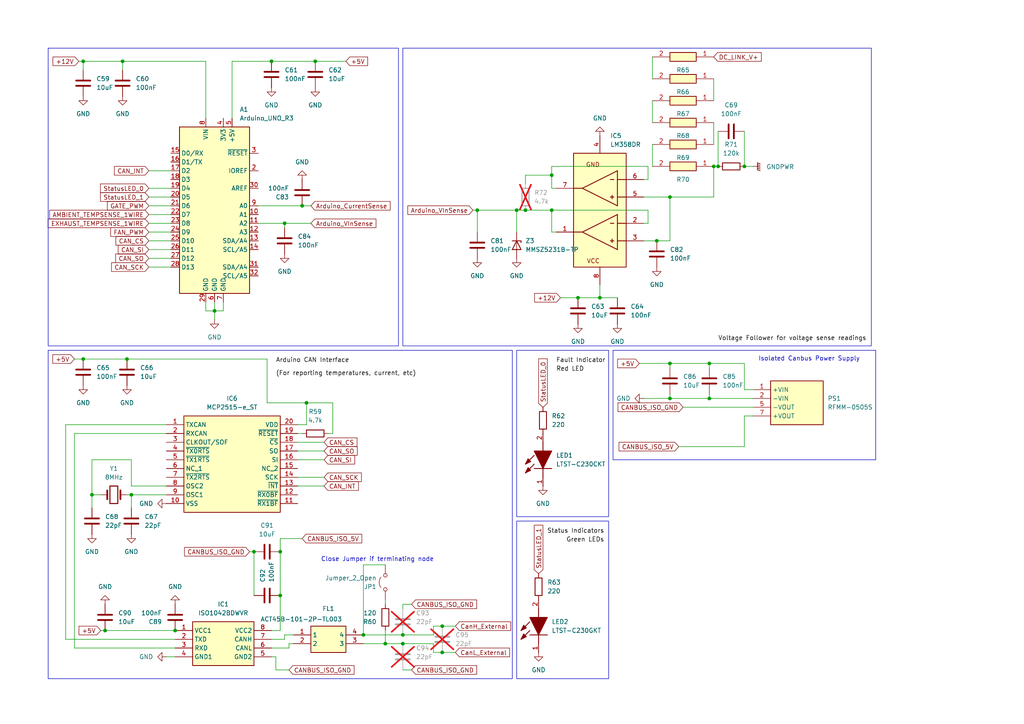
<source format=kicad_sch>
(kicad_sch (version 20250114) (generator "eeschema") (generator_version "9.0")
  (paper "A4")
  (lib_symbols
    (symbol "Device:C" (pin_numbers (hide yes)) (pin_names (offset 0.254))
      (property "Reference" "C" (at 0.635 2.54 0))
      (property "Value" "C" (at 0.635 -2.54 0))
      (symbol "C_1_1"
        (pin passive line (at 0 3.81 270) (length 2.794) (name "~") (number "1"))
        (pin passive line (at 0 -3.81 90) (length 2.794) (name "~") (number "2"))
      )
    )
    (symbol "Device:Crystal" (pin_numbers (hide yes)) (pin_names (offset 1.016) (hide yes))
      (property "Reference" "Y" (at 0 3.81 0))
      (property "Value" "Crystal" (at 0 -3.81 0))
      (symbol "Crystal_1_1"
        (pin passive line (at -3.81 0 0) (length 1.27) (name "1") (number "1"))
        (pin passive line (at 3.81 0 180) (length 1.27) (name "2") (number "2"))
      )
    )
    (symbol "Device:D_Zener" (pin_numbers (hide yes)) (pin_names (offset 1.016) (hide yes))
      (property "Reference" "D" (at 0 2.54 0))
      (property "Value" "D_Zener" (at 0 -2.54 0))
      (symbol "D_Zener_1_1"
        (pin passive line (at -3.81 0 0) (length 2.54) (name "K") (number "1"))
        (pin passive line (at 3.81 0 180) (length 2.54) (name "A") (number "2"))
      )
    )
    (symbol "Device:R" (pin_numbers (hide yes)) (pin_names (offset 0))
      (property "Reference" "R" (at 2.032 0 90))
      (property "Value" "R" (at 0 0 90))
      (symbol "R_1_1"
        (pin passive line (at 0 3.81 270) (length 1.27) (name "~") (number "1"))
        (pin passive line (at 0 -3.81 90) (length 1.27) (name "~") (number "2"))
      )
    )
    (symbol "InverterCom:ACT45B-101-2P-TL003"
      (property "Reference" "FL" (at 16.51 7.62 0))
      (property "Value" "ACT45B-101-2P-TL003" (at 16.51 5.08 0))
      (symbol "ACT45B-101-2P-TL003_1_1"
        (pin passive line (at 0 0 0) (length 5.08) (name "1") (number "1"))
        (pin passive line (at 0 -2.54 0) (length 5.08) (name "2") (number "2"))
        (pin passive line (at 20.32 0 180) (length 5.08) (name "4") (number "4"))
        (pin passive line (at 20.32 -2.54 180) (length 5.08) (name "3") (number "3"))
      )
    )
    (symbol "InverterCom:ISO1042BDWVR"
      (property "Reference" "IC" (at 24.13 7.62 0))
      (property "Value" "ISO1042BDWVR" (at 24.13 5.08 0))
      (symbol "ISO1042BDWVR_1_1"
        (pin passive line (at 0 0 0) (length 5.08) (name "VCC1") (number "1"))
        (pin passive line (at 0 -2.54 0) (length 5.08) (name "TXD") (number "2"))
        (pin passive line (at 0 -5.08 0) (length 5.08) (name "RXD") (number "3"))
        (pin passive line (at 0 -7.62 0) (length 5.08) (name "GND1") (number "4"))
        (pin passive line (at 27.94 0 180) (length 5.08) (name "VCC2") (number "8"))
        (pin passive line (at 27.94 -2.54 180) (length 5.08) (name "CANH") (number "7"))
        (pin passive line (at 27.94 -5.08 180) (length 5.08) (name "CANL") (number "6"))
        (pin passive line (at 27.94 -7.62 180) (length 5.08) (name "GND2") (number "5"))
      )
    )
    (symbol "InverterCom:LM358DR" (pin_names (hide yes))
      (property "Reference" "IC" (at 22.86 17.78 0))
      (property "Value" "LM358DR" (at 22.86 15.24 0))
      (symbol "LM358DR_1_1"
        (text "VCC" (at 12.7 5.08 0) (effects (font (size 1.27 1.27)) (justify left top)))
        (text "GND" (at 12.7 -22.86 0) (effects (font (size 1.27 1.27)) (justify left top)))
        (pin passive line (at 0 0 0) (length 5.08) (name "IN1+") (number "3"))
        (pin passive line (at 0 -5.08 0) (length 5.08) (name "IN1-") (number "2"))
        (pin passive line (at 0 -12.7 0) (length 5.08) (name "IN2+") (number "5"))
        (pin passive line (at 0 -17.78 0) (length 5.08) (name "IN2-") (number "6"))
        (pin passive line (at 12.7 12.7 270) (length 5.08) (name "V+") (number "8"))
        (pin passive line (at 12.7 -30.48 90) (length 5.08) (name "V-") (number "4"))
        (pin passive line (at 25.4 -2.54 180) (length 5.08) (name "OUT1") (number "1"))
        (pin passive line (at 25.4 -15.24 180) (length 5.08) (name "OUT2") (number "7"))
      )
    )
    (symbol "InverterCom:LTST-C230CKT" (pin_names (hide yes))
      (property "Reference" "LED" (at 12.7 8.89 0))
      (property "Value" "LTST-C230CKT" (at 12.7 6.35 0))
      (symbol "LTST-C230CKT_1_1"
        (pin passive line (at 0 0 0) (length 2.54) (name "K") (number "1"))
        (pin passive line (at 15.24 0 180) (length 2.54) (name "A") (number "2"))
      )
    )
    (symbol "InverterCom:LTST-C230GKT" (pin_names (hide yes))
      (property "Reference" "LED" (at 12.7 8.89 0))
      (property "Value" "LTST-C230GKT" (at 12.7 6.35 0))
      (symbol "LTST-C230GKT_1_1"
        (pin passive line (at 0 0 0) (length 2.54) (name "K") (number "1"))
        (pin passive line (at 15.24 0 180) (length 2.54) (name "A") (number "2"))
      )
    )
    (symbol "InverterCom:MCP2515-e_ST"
      (property "Reference" "IC" (at 34.29 7.62 0))
      (property "Value" "MCP2515-e_ST" (at 34.29 5.08 0))
      (symbol "MCP2515-e_ST_1_1"
        (pin passive line (at 0 0 0) (length 5.08) (name "TXCAN") (number "1"))
        (pin passive line (at 0 -2.54 0) (length 5.08) (name "RXCAN") (number "2"))
        (pin passive line (at 0 -5.08 0) (length 5.08) (name "CLKOUT/SOF") (number "3"))
        (pin passive line (at 0 -7.62 0) (length 5.08) (name "~{TX0RTS}") (number "4"))
        (pin passive line (at 0 -10.16 0) (length 5.08) (name "~{TX1RTS}") (number "5"))
        (pin passive line (at 0 -12.7 0) (length 5.08) (name "NC_1") (number "6"))
        (pin passive line (at 0 -15.24 0) (length 5.08) (name "~{TX2RTS}") (number "7"))
        (pin passive line (at 0 -17.78 0) (length 5.08) (name "OSC2") (number "8"))
        (pin passive line (at 0 -20.32 0) (length 5.08) (name "OSC1") (number "9"))
        (pin passive line (at 0 -22.86 0) (length 5.08) (name "VSS") (number "10"))
        (pin passive line (at 38.1 0 180) (length 5.08) (name "VDD") (number "20"))
        (pin passive line (at 38.1 -2.54 180) (length 5.08) (name "~{RESET}") (number "19"))
        (pin passive line (at 38.1 -5.08 180) (length 5.08) (name "~{CS}") (number "18"))
        (pin passive line (at 38.1 -7.62 180) (length 5.08) (name "SO") (number "17"))
        (pin passive line (at 38.1 -10.16 180) (length 5.08) (name "SI") (number "16"))
        (pin passive line (at 38.1 -12.7 180) (length 5.08) (name "NC_2") (number "15"))
        (pin passive line (at 38.1 -15.24 180) (length 5.08) (name "SCK") (number "14"))
        (pin passive line (at 38.1 -17.78 180) (length 5.08) (name "~{INT}") (number "13"))
        (pin passive line (at 38.1 -20.32 180) (length 5.08) (name "~{RX0BF}") (number "12"))
        (pin passive line (at 38.1 -22.86 180) (length 5.08) (name "~{RX1BF}") (number "11"))
      )
    )
    (symbol "InverterCom:RC2512JK-071ML" (pin_names (hide yes))
      (property "Reference" "R" (at 13.97 6.35 0))
      (property "Value" "RC2512JK-071ML" (at 13.97 3.81 0))
      (symbol "RC2512JK-071ML_1_1"
        (pin passive line (at 0 0 0) (length 5.08) (name "1") (number "1"))
        (pin passive line (at 17.78 0 180) (length 5.08) (name "2") (number "2"))
      )
    )
    (symbol "InverterCom:RFMM-0505S"
      (property "Reference" "PS" (at 21.59 7.62 0))
      (property "Value" "RFMM-0505S" (at 21.59 5.08 0))
      (symbol "RFMM-0505S_1_1"
        (pin passive line (at 0 0 0) (length 5.08) (name "+VIN") (number "1"))
        (pin passive line (at 0 -2.54 0) (length 5.08) (name "-VIN") (number "2"))
        (pin passive line (at 0 -5.08 0) (length 5.08) (name "-VOUT") (number "5"))
        (pin passive line (at 0 -7.62 0) (length 5.08) (name "+VOUT") (number "7"))
      )
    )
    (symbol "Jumper:Jumper_2_Open" (pin_numbers (hide yes)) (pin_names (offset 0) (hide yes)) (exclude_from_sim yes)
      (property "Reference" "JP" (at 0 2.794 0))
      (property "Value" "Jumper_2_Open" (at 0 -2.286 0))
      (symbol "Jumper_2_Open_1_1"
        (pin passive line (at -5.08 0 0) (length 2.54) (name "A") (number "1"))
        (pin passive line (at 5.08 0 180) (length 2.54) (name "B") (number "2"))
      )
    )
    (symbol "MCU_Module:Arduino_UNO_R3"
      (property "Reference" "A" (at -10.16 23.495 0))
      (property "Value" "Arduino_UNO_R3" (at 5.08 -26.67 0))
      (symbol "Arduino_UNO_R3_1_1"
        (pin bidirectional line (at -12.7 15.24 0) (length 2.54) (name "D0/RX") (number "15"))
        (pin bidirectional line (at -12.7 12.7 0) (length 2.54) (name "D1/TX") (number "16"))
        (pin bidirectional line (at -12.7 10.16 0) (length 2.54) (name "D2") (number "17"))
        (pin bidirectional line (at -12.7 7.62 0) (length 2.54) (name "D3") (number "18"))
        (pin bidirectional line (at -12.7 5.08 0) (length 2.54) (name "D4") (number "19"))
        (pin bidirectional line (at -12.7 2.54 0) (length 2.54) (name "D5") (number "20"))
        (pin bidirectional line (at -12.7 0 0) (length 2.54) (name "D6") (number "21"))
        (pin bidirectional line (at -12.7 -2.54 0) (length 2.54) (name "D7") (number "22"))
        (pin bidirectional line (at -12.7 -5.08 0) (length 2.54) (name "D8") (number "23"))
        (pin bidirectional line (at -12.7 -7.62 0) (length 2.54) (name "D9") (number "24"))
        (pin bidirectional line (at -12.7 -10.16 0) (length 2.54) (name "D10") (number "25"))
        (pin bidirectional line (at -12.7 -12.7 0) (length 2.54) (name "D11") (number "26"))
        (pin bidirectional line (at -12.7 -15.24 0) (length 2.54) (name "D12") (number "27"))
        (pin bidirectional line (at -12.7 -17.78 0) (length 2.54) (name "D13") (number "28"))
        (pin no_connect line (at -10.16 -20.32 0) (length 2.54) (hide yes) (name "NC") (number "1"))
        (pin power_in line (at -2.54 25.4 270) (length 2.54) (name "VIN") (number "8"))
        (pin power_in line (at -2.54 -27.94 90) (length 2.54) (name "GND") (number "29"))
        (pin power_in line (at 0 -27.94 90) (length 2.54) (name "GND") (number "6"))
        (pin power_out line (at 2.54 25.4 270) (length 2.54) (name "3V3") (number "4"))
        (pin power_in line (at 2.54 -27.94 90) (length 2.54) (name "GND") (number "7"))
        (pin power_out line (at 5.08 25.4 270) (length 2.54) (name "+5V") (number "5"))
        (pin input line (at 12.7 15.24 180) (length 2.54) (name "~{RESET}") (number "3"))
        (pin output line (at 12.7 10.16 180) (length 2.54) (name "IOREF") (number "2"))
        (pin input line (at 12.7 5.08 180) (length 2.54) (name "AREF") (number "30"))
        (pin bidirectional line (at 12.7 0 180) (length 2.54) (name "A0") (number "9"))
        (pin bidirectional line (at 12.7 -2.54 180) (length 2.54) (name "A1") (number "10"))
        (pin bidirectional line (at 12.7 -5.08 180) (length 2.54) (name "A2") (number "11"))
        (pin bidirectional line (at 12.7 -7.62 180) (length 2.54) (name "A3") (number "12"))
        (pin bidirectional line (at 12.7 -10.16 180) (length 2.54) (name "SDA/A4") (number "13"))
        (pin bidirectional line (at 12.7 -12.7 180) (length 2.54) (name "SCL/A5") (number "14"))
        (pin bidirectional line (at 12.7 -17.78 180) (length 2.54) (name "SDA/A4") (number "31"))
        (pin bidirectional line (at 12.7 -20.32 180) (length 2.54) (name "SCL/A5") (number "32"))
      )
    )
    (symbol "power:GND" (power) (pin_numbers (hide yes)) (pin_names (offset 0) (hide yes))
      (property "Value" "GND" (at 0 -3.81 0))
      (symbol "GND_1_1"
        (pin power_in line (at 0 0 270) (length 0) (name "~") (number "1"))
      )
    )
    (symbol "power:GNDPWR" (power) (pin_numbers (hide yes)) (pin_names (offset 0) (hide yes))
      (property "Value" "GNDPWR" (at 0 -3.302 0))
      (symbol "GNDPWR_1_1"
        (pin power_in line (at 0 0 270) (length 0) (name "~") (number "1"))
      )
    )
  )
  (rectangle (start 116.84 13.97) (end 252.73 100.33))
  (rectangle (start 177.8 101.6) (end 254 133.35))
  (rectangle (start 13.97 101.6) (end 148.59 196.85))
  (rectangle (start 149.86 101.6) (end 176.53 149.86))
  (rectangle (start 149.86 151.13) (end 176.53 196.85))
  (rectangle (start 13.97 13.97) (end 115.57 100.33))
  (text "Close Jumper if terminating node\n" (at 109.474 162.306 0) (effects (font (size 1.27 1.27))))
  (text "Isolated Canbus Power Supply\n" (at 234.696 104.14 0) (effects (font (size 1.27 1.27))))
  (junction (at 205.74 115.57))
  (junction (at 208.28 48.26))
  (junction (at 138.43 60.96))
  (junction (at 116.84 184.15))
  (junction (at 26.67 143.51))
  (junction (at 207.01 48.26))
  (junction (at 160.02 50.8))
  (junction (at 24.13 104.14))
  (junction (at 30.48 182.88))
  (junction (at 105.41 184.15))
  (junction (at 205.74 105.41))
  (junction (at 116.84 186.69))
  (junction (at 190.5 69.85))
  (junction (at 91.44 17.78))
  (junction (at 87.63 59.69))
  (junction (at 173.99 86.36))
  (junction (at 24.13 17.78))
  (junction (at 81.28 172.72))
  (junction (at 88.9 116.84))
  (junction (at 128.27 181.61))
  (junction (at 167.64 86.36))
  (junction (at 50.8 182.88))
  (junction (at 128.27 189.23))
  (junction (at 111.76 186.69))
  (junction (at 152.4 60.96))
  (junction (at 36.83 104.14))
  (junction (at 194.31 115.57))
  (junction (at 194.31 57.15))
  (junction (at 149.86 60.96))
  (junction (at 78.74 17.78))
  (junction (at 194.31 105.41))
  (junction (at 38.1 143.51))
  (junction (at 82.55 64.77))
  (junction (at 160.02 60.96))
  (junction (at 215.9 48.26))
  (junction (at 81.28 160.02))
  (junction (at 62.23 90.17))
  (junction (at 73.66 160.02))
  (junction (at 35.56 17.78))
  (wire (pts (xy 116.84 194.31) (xy 119.38 194.31)))
  (wire (pts (xy 125.73 181.61) (xy 125.73 184.15)))
  (wire (pts (xy 194.31 105.41) (xy 194.31 106.68)))
  (wire (pts (xy 205.74 105.41) (xy 215.9 105.41)))
  (wire (pts (xy 86.36 133.35) (xy 93.98 133.35)))
  (wire (pts (xy 194.31 115.57) (xy 205.74 115.57)))
  (wire (pts (xy 81.28 160.02) (xy 81.28 172.72)))
  (wire (pts (xy 128.27 189.23) (xy 132.08 189.23)))
  (wire (pts (xy 43.18 57.15) (xy 49.53 57.15)))
  (wire (pts (xy 86.36 125.73) (xy 87.63 125.73)))
  (wire (pts (xy 80.01 190.5) (xy 78.74 190.5)))
  (wire (pts (xy 105.41 186.69) (xy 111.76 186.69)))
  (wire (pts (xy 74.93 59.69) (xy 87.63 59.69)))
  (wire (pts (xy 19.05 123.19) (xy 19.05 185.42)))
  (wire (pts (xy 82.55 64.77) (xy 90.17 64.77)))
  (wire (pts (xy 80.01 194.31) (xy 80.01 190.5)))
  (wire (pts (xy 198.12 118.11) (xy 218.44 118.11)))
  (wire (pts (xy 205.74 105.41) (xy 205.74 106.68)))
  (wire (pts (xy 26.67 143.51) (xy 26.67 147.32)))
  (wire (pts (xy 77.47 116.84) (xy 88.9 116.84)))
  (wire (pts (xy 96.52 116.84) (xy 88.9 116.84)))
  (wire (pts (xy 208.28 38.1) (xy 208.28 48.26)))
  (wire (pts (xy 35.56 17.78) (xy 59.69 17.78)))
  (wire (pts (xy 205.74 115.57) (xy 218.44 115.57)))
  (wire (pts (xy 26.67 133.35) (xy 26.67 143.51)))
  (wire (pts (xy 81.28 156.21) (xy 81.28 160.02)))
  (wire (pts (xy 111.76 186.69) (xy 116.84 186.69)))
  (wire (pts (xy 207.01 48.26) (xy 208.28 48.26)))
  (wire (pts (xy 137.16 60.96) (xy 138.43 60.96)))
  (wire (pts (xy 21.59 125.73) (xy 21.59 187.96)))
  (wire (pts (xy 95.25 125.73) (xy 96.52 125.73)))
  (wire (pts (xy 207.01 29.21) (xy 207.01 22.86)))
  (wire (pts (xy 128.27 181.61) (xy 132.08 181.61)))
  (wire (pts (xy 43.18 49.53) (xy 49.53 49.53)))
  (wire (pts (xy 29.21 182.88) (xy 30.48 182.88)))
  (wire (pts (xy 43.18 74.93) (xy 49.53 74.93)))
  (wire (pts (xy 21.59 104.14) (xy 24.13 104.14)))
  (wire (pts (xy 105.41 184.15) (xy 116.84 184.15)))
  (wire (pts (xy 83.82 186.69) (xy 85.09 186.69)))
  (wire (pts (xy 30.48 182.88) (xy 50.8 182.88)))
  (wire (pts (xy 167.64 86.36) (xy 173.99 86.36)))
  (wire (pts (xy 67.31 17.78) (xy 78.74 17.78)))
  (wire (pts (xy 207.01 48.26) (xy 207.01 57.15)))
  (wire (pts (xy 160.02 54.61) (xy 161.29 54.61)))
  (wire (pts (xy 67.31 34.29) (xy 67.31 17.78)))
  (wire (pts (xy 152.4 53.34) (xy 152.4 50.8)))
  (wire (pts (xy 82.55 185.42) (xy 78.74 185.42)))
  (wire (pts (xy 179.07 86.36) (xy 173.99 86.36)))
  (wire (pts (xy 48.26 190.5) (xy 50.8 190.5)))
  (wire (pts (xy 149.86 60.96) (xy 152.4 60.96)))
  (wire (pts (xy 24.13 17.78) (xy 35.56 17.78)))
  (wire (pts (xy 185.42 105.41) (xy 194.31 105.41)))
  (wire (pts (xy 187.96 52.07) (xy 186.69 52.07)))
  (wire (pts (xy 96.52 125.73) (xy 96.52 116.84)))
  (wire (pts (xy 189.23 22.86) (xy 189.23 16.51)))
  (wire (pts (xy 77.47 116.84) (xy 77.47 104.14)))
  (wire (pts (xy 62.23 90.17) (xy 62.23 92.71)))
  (wire (pts (xy 194.31 57.15) (xy 207.01 57.15)))
  (wire (pts (xy 189.23 48.26) (xy 189.23 41.91)))
  (wire (pts (xy 38.1 147.32) (xy 38.1 143.51)))
  (wire (pts (xy 24.13 104.14) (xy 36.83 104.14)))
  (wire (pts (xy 22.86 17.78) (xy 24.13 17.78)))
  (wire (pts (xy 218.44 120.65) (xy 215.9 120.65)))
  (wire (pts (xy 152.4 50.8) (xy 160.02 50.8)))
  (wire (pts (xy 187.96 52.07) (xy 187.96 48.26)))
  (wire (pts (xy 160.02 50.8) (xy 160.02 54.61)))
  (wire (pts (xy 43.18 69.85) (xy 49.53 69.85)))
  (wire (pts (xy 83.82 186.69) (xy 83.82 187.96)))
  (wire (pts (xy 81.28 182.88) (xy 78.74 182.88)))
  (wire (pts (xy 43.18 59.69) (xy 49.53 59.69)))
  (wire (pts (xy 43.18 64.77) (xy 49.53 64.77)))
  (wire (pts (xy 83.82 187.96) (xy 78.74 187.96)))
  (wire (pts (xy 24.13 20.32) (xy 24.13 17.78)))
  (wire (pts (xy 111.76 163.83) (xy 105.41 163.83)))
  (wire (pts (xy 35.56 20.32) (xy 35.56 17.78)))
  (wire (pts (xy 194.31 57.15) (xy 194.31 69.85)))
  (wire (pts (xy 43.18 72.39) (xy 49.53 72.39)))
  (wire (pts (xy 215.9 113.03) (xy 218.44 113.03)))
  (wire (pts (xy 81.28 172.72) (xy 81.28 182.88)))
  (wire (pts (xy 111.76 173.99) (xy 111.76 175.26)))
  (wire (pts (xy 125.73 181.61) (xy 128.27 181.61)))
  (wire (pts (xy 62.23 87.63) (xy 62.23 90.17)))
  (wire (pts (xy 111.76 182.88) (xy 111.76 186.69)))
  (wire (pts (xy 149.86 67.31) (xy 149.86 60.96)))
  (wire (pts (xy 91.44 17.78) (xy 100.33 17.78)))
  (wire (pts (xy 86.36 128.27) (xy 93.98 128.27)))
  (wire (pts (xy 43.18 54.61) (xy 49.53 54.61)))
  (wire (pts (xy 48.26 140.97) (xy 38.1 140.97)))
  (wire (pts (xy 190.5 69.85) (xy 186.69 69.85)))
  (wire (pts (xy 19.05 123.19) (xy 48.26 123.19)))
  (wire (pts (xy 36.83 143.51) (xy 38.1 143.51)))
  (wire (pts (xy 215.9 38.1) (xy 215.9 48.26)))
  (wire (pts (xy 187.96 48.26) (xy 160.02 48.26)))
  (wire (pts (xy 116.84 175.26) (xy 116.84 176.53)))
  (wire (pts (xy 186.69 115.57) (xy 194.31 115.57)))
  (wire (pts (xy 160.02 67.31) (xy 161.29 67.31)))
  (wire (pts (xy 194.31 105.41) (xy 205.74 105.41)))
  (wire (pts (xy 187.96 64.77) (xy 187.96 60.96)))
  (wire (pts (xy 196.85 129.54) (xy 215.9 129.54)))
  (wire (pts (xy 19.05 185.42) (xy 50.8 185.42)))
  (wire (pts (xy 72.39 160.02) (xy 73.66 160.02)))
  (wire (pts (xy 73.66 160.02) (xy 73.66 172.72)))
  (wire (pts (xy 125.73 189.23) (xy 128.27 189.23)))
  (wire (pts (xy 38.1 133.35) (xy 26.67 133.35)))
  (wire (pts (xy 87.63 156.21) (xy 81.28 156.21)))
  (wire (pts (xy 78.74 17.78) (xy 91.44 17.78)))
  (wire (pts (xy 43.18 77.47) (xy 49.53 77.47)))
  (wire (pts (xy 160.02 60.96) (xy 187.96 60.96)))
  (wire (pts (xy 82.55 184.15) (xy 82.55 185.42)))
  (wire (pts (xy 38.1 143.51) (xy 48.26 143.51)))
  (wire (pts (xy 205.74 114.3) (xy 205.74 115.57)))
  (wire (pts (xy 21.59 125.73) (xy 48.26 125.73)))
  (wire (pts (xy 138.43 60.96) (xy 138.43 67.31)))
  (wire (pts (xy 64.77 87.63) (xy 64.77 90.17)))
  (wire (pts (xy 21.59 187.96) (xy 50.8 187.96)))
  (wire (pts (xy 160.02 48.26) (xy 160.02 50.8)))
  (wire (pts (xy 86.36 140.97) (xy 93.98 140.97)))
  (wire (pts (xy 43.18 62.23) (xy 49.53 62.23)))
  (wire (pts (xy 38.1 140.97) (xy 38.1 133.35)))
  (wire (pts (xy 173.99 82.55) (xy 173.99 86.36)))
  (wire (pts (xy 59.69 17.78) (xy 59.69 34.29)))
  (wire (pts (xy 86.36 138.43) (xy 93.98 138.43)))
  (wire (pts (xy 215.9 120.65) (xy 215.9 129.54)))
  (wire (pts (xy 186.69 64.77) (xy 187.96 64.77)))
  (wire (pts (xy 186.69 57.15) (xy 194.31 57.15)))
  (wire (pts (xy 86.36 130.81) (xy 93.98 130.81)))
  (wire (pts (xy 59.69 90.17) (xy 62.23 90.17)))
  (wire (pts (xy 125.73 189.23) (xy 125.73 186.69)))
  (wire (pts (xy 83.82 194.31) (xy 80.01 194.31)))
  (wire (pts (xy 160.02 60.96) (xy 160.02 67.31)))
  (wire (pts (xy 26.67 143.51) (xy 29.21 143.51)))
  (wire (pts (xy 59.69 87.63) (xy 59.69 90.17)))
  (wire (pts (xy 194.31 69.85) (xy 190.5 69.85)))
  (wire (pts (xy 87.63 59.69) (xy 90.17 59.69)))
  (wire (pts (xy 116.84 184.15) (xy 125.73 184.15)))
  (wire (pts (xy 74.93 64.77) (xy 82.55 64.77)))
  (wire (pts (xy 105.41 163.83) (xy 105.41 184.15)))
  (wire (pts (xy 82.55 184.15) (xy 85.09 184.15)))
  (wire (pts (xy 116.84 186.69) (xy 125.73 186.69)))
  (wire (pts (xy 194.31 114.3) (xy 194.31 115.57)))
  (wire (pts (xy 86.36 123.19) (xy 88.9 123.19)))
  (wire (pts (xy 162.56 86.36) (xy 167.64 86.36)))
  (wire (pts (xy 43.18 67.31) (xy 49.53 67.31)))
  (wire (pts (xy 119.38 175.26) (xy 116.84 175.26)))
  (wire (pts (xy 189.23 35.56) (xy 189.23 29.21)))
  (wire (pts (xy 218.44 48.26) (xy 215.9 48.26)))
  (wire (pts (xy 207.01 41.91) (xy 207.01 35.56)))
  (wire (pts (xy 152.4 60.96) (xy 160.02 60.96)))
  (wire (pts (xy 64.77 90.17) (xy 62.23 90.17)))
  (wire (pts (xy 77.47 104.14) (xy 36.83 104.14)))
  (wire (pts (xy 215.9 105.41) (xy 215.9 113.03)))
  (wire (pts (xy 138.43 60.96) (xy 149.86 60.96)))
  (wire (pts (xy 82.55 64.77) (xy 82.55 66.04)))
  (wire (pts (xy 88.9 123.19) (xy 88.9 116.84)))
  (label "Arduino CAN Interface" (at 80.01 105.41 0))
  (label "(For reporting temperatures, current, etc)" (at 80.01 109.22 0))
  (label "Voltage Follower for voltage sense readings" (at 208.28 99.06 0))
  (label "Red LED" (at 161.29 107.95 0))
  (label "Status Indicators" (at 175.26 154.94 180))
  (label "Fault Indicator" (at 161.29 105.41 0))
  (label "Green LEDs" (at 175.26 157.48 180))
  (global_label "+5V" (shape input) (at 21.59 104.14 180) (property "Intersheetrefs" "${INTERSHEET_REFS}" (effects (hide yes))))
  (global_label "CANBUS_ISO_GND" (shape input) (at 72.39 160.02 180) (property "Intersheetrefs" "${INTERSHEET_REFS}" (effects (hide yes))))
  (global_label "CANBUS_ISO_5V" (shape input) (at 87.63 156.21 0) (property "Intersheetrefs" "${INTERSHEET_REFS}" (effects (hide yes))))
  (global_label "CANBUS_ISO_GND" (shape input) (at 198.12 118.11 180) (property "Intersheetrefs" "${INTERSHEET_REFS}" (effects (hide yes))))
  (global_label "+5V" (shape input) (at 29.21 182.88 180) (property "Intersheetrefs" "${INTERSHEET_REFS}" (effects (hide yes))))
  (global_label "CAN_SO" (shape input) (at 93.98 130.81 0) (property "Intersheetrefs" "${INTERSHEET_REFS}" (effects (hide yes))))
  (global_label "CANBUS_ISO_GND" (shape input) (at 119.38 175.26 0) (property "Intersheetrefs" "${INTERSHEET_REFS}" (effects (hide yes))))
  (global_label "CAN_INT" (shape input) (at 43.18 49.53 180) (property "Intersheetrefs" "${INTERSHEET_REFS}" (effects (hide yes))))
  (global_label "AMBIENT_TEMPSENSE_1WIRE" (shape input) (at 43.18 62.23 180) (property "Intersheetrefs" "${INTERSHEET_REFS}" (effects (hide yes))))
  (global_label "Arduino_CurrentSense" (shape input) (at 90.17 59.69 0) (property "Intersheetrefs" "${INTERSHEET_REFS}" (effects (hide yes))))
  (global_label "+5V" (shape input) (at 100.33 17.78 0) (property "Intersheetrefs" "${INTERSHEET_REFS}" (effects (hide yes))))
  (global_label "+12V" (shape input) (at 22.86 17.78 180) (property "Intersheetrefs" "${INTERSHEET_REFS}" (effects (hide yes))))
  (global_label "GATE_PWM" (shape input) (at 43.18 59.69 180) (property "Intersheetrefs" "${INTERSHEET_REFS}" (effects (hide yes))))
  (global_label "CANBUS_ISO_GND" (shape input) (at 119.38 194.31 0) (property "Intersheetrefs" "${INTERSHEET_REFS}" (effects (hide yes))))
  (global_label "CAN_SO" (shape input) (at 43.18 74.93 180) (property "Intersheetrefs" "${INTERSHEET_REFS}" (effects (hide yes))))
  (global_label "CAN_SI" (shape input) (at 43.18 72.39 180) (property "Intersheetrefs" "${INTERSHEET_REFS}" (effects (hide yes))))
  (global_label "CAN_SCK" (shape input) (at 43.18 77.47 180) (property "Intersheetrefs" "${INTERSHEET_REFS}" (effects (hide yes))))
  (global_label "CAN_CS" (shape input) (at 93.98 128.27 0) (property "Intersheetrefs" "${INTERSHEET_REFS}" (effects (hide yes))))
  (global_label "+12V" (shape input) (at 162.56 86.36 180) (property "Intersheetrefs" "${INTERSHEET_REFS}" (effects (hide yes))))
  (global_label "FAN_PWM" (shape input) (at 43.18 67.31 180) (property "Intersheetrefs" "${INTERSHEET_REFS}" (effects (hide yes))))
  (global_label "Arduino_VInSense" (shape input) (at 137.16 60.96 180) (property "Intersheetrefs" "${INTERSHEET_REFS}" (effects (hide yes))))
  (global_label "CAN_INT" (shape input) (at 93.98 140.97 0) (property "Intersheetrefs" "${INTERSHEET_REFS}" (effects (hide yes))))
  (global_label "CanH_External" (shape input) (at 132.08 181.61 0) (property "Intersheetrefs" "${INTERSHEET_REFS}" (effects (hide yes))))
  (global_label "StatusLED_0" (shape input) (at 43.18 54.61 180) (property "Intersheetrefs" "${INTERSHEET_REFS}" (effects (hide yes))))
  (global_label "CanL_External" (shape input) (at 132.08 189.23 0) (property "Intersheetrefs" "${INTERSHEET_REFS}" (effects (hide yes))))
  (global_label "CAN_SCK" (shape input) (at 93.98 138.43 0) (property "Intersheetrefs" "${INTERSHEET_REFS}" (effects (hide yes))))
  (global_label "CAN_CS" (shape input) (at 43.18 69.85 180) (property "Intersheetrefs" "${INTERSHEET_REFS}" (effects (hide yes))))
  (global_label "CANBUS_ISO_GND" (shape input) (at 83.82 194.31 0) (property "Intersheetrefs" "${INTERSHEET_REFS}" (effects (hide yes))))
  (global_label "+5V" (shape input) (at 185.42 105.41 180) (property "Intersheetrefs" "${INTERSHEET_REFS}" (effects (hide yes))))
  (global_label "StatusLED_0" (shape input) (at 157.48 118.11 90) (property "Intersheetrefs" "${INTERSHEET_REFS}" (effects (hide yes))))
  (global_label "StatusLED_1" (shape input) (at 156.21 166.37 90) (property "Intersheetrefs" "${INTERSHEET_REFS}" (effects (hide yes))))
  (global_label "StatusLED_1" (shape input) (at 43.18 57.15 180) (property "Intersheetrefs" "${INTERSHEET_REFS}" (effects (hide yes))))
  (global_label "DC_LINK_V+" (shape input) (at 207.01 16.51 0) (property "Intersheetrefs" "${INTERSHEET_REFS}" (effects (hide yes))))
  (global_label "EXHAUST_TEMPSENSE_1WIRE" (shape input) (at 43.18 64.77 180) (property "Intersheetrefs" "${INTERSHEET_REFS}" (effects (hide yes))))
  (global_label "Arduino_VInSense" (shape input) (at 90.17 64.77 0) (property "Intersheetrefs" "${INTERSHEET_REFS}" (effects (hide yes))))
  (global_label "CAN_SI" (shape input) (at 93.98 133.35 0) (property "Intersheetrefs" "${INTERSHEET_REFS}" (effects (hide yes))))
  (global_label "CANBUS_ISO_5V" (shape input) (at 196.85 129.54 180) (property "Intersheetrefs" "${INTERSHEET_REFS}" (effects (hide yes))))
  (symbol (lib_id "power:GND") (at 50.8 175.26 180) (unit 1)
    (property "Reference" "#PWR089" (effects (hide yes)))
    (property "Value" "GND" (at 50.8 170.18 0))
    (property "Description" "Power symbol creates a global label with name \"GND\" , ground" (effects (hide yes)))
  )
  (symbol (lib_id "InverterCom:ISO1042BDWVR") (at 50.8 182.88 0) (unit 1)
    (property "Reference" "IC1" (at 64.77 175.26 0))
    (property "Value" "ISO1042BDWVR" (at 64.77 177.8 0))
    (property "Footprint" "InverterCom:SOIC127P1150X280-8N" (effects (hide yes)))
    (property "Datasheet" "http://www.ti.com/lit/gpn/ISO1042" (effects (hide yes)))
    (property "Description" "Isolated CAN Transceiver With 70-V Bus Fault Protection and Flexible Data Rate" (effects (hide yes)))
    (property "Height" "2.8" (effects (hide yes)))
    (property "Mouser Part Number" "595-ISO1042BDWVR" (effects (hide yes)))
    (property "Mouser Price/Stock" "https://www.mouser.co.uk/ProductDetail/Texas-Instruments/ISO1042BDWVR?qs=qSfuJ%252Bfl%2Fd68DAhWt0GTEQ%3D%3D" (effects (hide yes)))
    (property "Manufacturer_Name" "Texas Instruments" (effects (hide yes)))
    (property "Manufacturer_Part_Number" "ISO1042BDWVR" (effects (hide yes)))
  )
  (symbol (lib_id "power:GND") (at 38.1 154.94 0) (unit 1)
    (property "Reference" "#PWR083" (effects (hide yes)))
    (property "Value" "GND" (at 38.1 160.02 0))
    (property "Description" "Power symbol creates a global label with name \"GND\" , ground" (effects (hide yes)))
  )
  (symbol (lib_id "Device:C") (at 190.5 73.66 0) (unit 1)
    (property "Reference" "C82" (at 194.31 72.3899 0) (effects (justify left)))
    (property "Value" "100nF" (at 194.31 74.9299 0) (effects (justify left)))
    (property "Footprint" "Capacitor_SMD:C_1210_3225Metric_Pad1.33x2.70mm_HandSolder" (effects (hide yes)))
    (property "Description" "Unpolarized capacitor" (effects (hide yes)))
  )
  (symbol (lib_id "Device:Crystal") (at 33.02 143.51 0) (unit 1)
    (property "Reference" "Y1" (at 33.02 135.89 0))
    (property "Value" "8MHz" (at 33.02 138.43 0))
    (property "Footprint" "Crystal:Crystal_SMD_7050-2Pin_7.0x5.0mm_HandSoldering" (effects (hide yes)))
    (property "Description" "Two pin crystal" (effects (hide yes)))
  )
  (symbol (lib_id "power:GND") (at 62.23 92.71 0) (unit 1)
    (property "Reference" "#PWR06" (effects (hide yes)))
    (property "Value" "GND" (at 62.23 97.79 0))
    (property "Description" "Power symbol creates a global label with name \"GND\" , ground" (effects (hide yes)))
  )
  (symbol (lib_id "Device:R") (at 111.76 179.07 0) (unit 1)
    (property "Reference" "R60" (at 109.22 180.3401 0) (effects (justify right)))
    (property "Value" "120" (at 109.22 177.8001 0) (effects (justify right)))
    (property "Footprint" "Resistor_SMD:R_1210_3225Metric_Pad1.30x2.65mm_HandSolder" (effects (hide yes)))
    (property "Description" "Resistor" (effects (hide yes)))
  )
  (symbol (lib_id "MCU_Module:Arduino_UNO_R3") (at 62.23 59.69 0) (unit 1)
    (property "Reference" "A1" (at 69.5041 31.75 0) (effects (justify left)))
    (property "Value" "Arduino_UNO_R3" (at 69.5041 34.29 0) (effects (justify left)))
    (property "Footprint" "InverterCom:Arduino_UNO_R3_ModifiedCourtyard" (effects (hide yes)))
    (property "Datasheet" "https://www.arduino.cc/en/Main/arduinoBoardUno" (effects (hide yes)))
    (property "Description" "Arduino UNO Microcontroller Module, release 3" (effects (hide yes)))
  )
  (symbol (lib_id "InverterCom:RFMM-0505S") (at 218.44 113.03 0) (unit 1)
    (property "Reference" "PS1" (at 240.03 115.5699 0) (effects (justify left)))
    (property "Value" "RFMM-0505S" (at 240.03 118.1099 0) (effects (justify left)))
    (property "Footprint" "InverterCom:RFMM0505S" (effects (hide yes)))
    (property "Datasheet" "https://www.recom-power.com/pdf/Econoline/RFMM.pdf" (effects (hide yes)))
    (property "Description" "Isolated DC/DC Converters 1W 5Vin 5Vout 200mA SIP7" (effects (hide yes)))
    (property "Height" "10.7" (effects (hide yes)))
    (property "Mouser Part Number" "919-RFMM-0505S" (effects (hide yes)))
    (property "Mouser Price/Stock" "https://www.mouser.co.uk/ProductDetail/RECOM-Power/RFMM-0505S?qs=lYGu3FyN48cLA%2FDlNgurmw%3D%3D" (effects (hide yes)))
    (property "Manufacturer_Name" "RECOM Power" (effects (hide yes)))
    (property "Manufacturer_Part_Number" "RFMM-0505S" (effects (hide yes)))
  )
  (symbol (lib_id "Device:C") (at 116.84 190.5 0) (unit 1) (dnp yes)
    (property "Reference" "C94" (at 120.65 187.9599 0) (effects (justify left)))
    (property "Value" "22pF" (at 120.65 190.4999 0) (effects (justify left)))
    (property "Footprint" "Capacitor_SMD:C_1210_3225Metric_Pad1.33x2.70mm_HandSolder" (effects (hide yes)))
    (property "Description" "Unpolarized capacitor" (effects (hide yes)))
  )
  (symbol (lib_id "power:GND") (at 190.5 77.47 0) (unit 1)
    (property "Reference" "#PWR078" (effects (hide yes)))
    (property "Value" "GND" (at 190.5 82.55 0))
    (property "Description" "Power symbol creates a global label with name \"GND\" , ground" (effects (hide yes)))
  )
  (symbol (lib_id "power:GND") (at 36.83 111.76 0) (unit 1)
    (property "Reference" "#PWR081" (effects (hide yes)))
    (property "Value" "GND" (at 36.83 116.84 0))
    (property "Description" "Power symbol creates a global label with name \"GND\" , ground" (effects (hide yes)))
  )
  (symbol (lib_id "Device:C") (at 78.74 21.59 0) (unit 1)
    (property "Reference" "C61" (at 82.55 20.3199 0) (effects (justify left)))
    (property "Value" "100nF" (at 82.55 22.86 0) (effects (justify left)))
    (property "Footprint" "Capacitor_SMD:C_1210_3225Metric_Pad1.33x2.70mm_HandSolder" (effects (hide yes)))
    (property "Description" "Unpolarized capacitor" (effects (hide yes)))
  )
  (symbol (lib_id "Device:C") (at 24.13 107.95 0) (unit 1)
    (property "Reference" "C65" (at 27.94 106.6799 0) (effects (justify left)))
    (property "Value" "100nF" (at 27.94 109.22 0) (effects (justify left)))
    (property "Footprint" "Capacitor_SMD:C_1210_3225Metric_Pad1.33x2.70mm_HandSolder" (effects (hide yes)))
    (property "Description" "Unpolarized capacitor" (effects (hide yes)))
  )
  (symbol (lib_id "InverterCom:RC2512JK-071ML") (at 207.01 29.21 180) (unit 1)
    (property "Reference" "R67" (at 198.12 33.02 0))
    (property "Value" "RC2512JK-071ML" (effects (hide yes)))
    (property "Footprint" "InverterCom:RESC6431X65N" (effects (hide yes)))
    (property "Datasheet" "https://www.yageo.com/upload/media/product/products/datasheet/rchip/PYu-RC_Group_51_RoHS_L_12.pdf" (effects (hide yes)))
    (property "Description" "1 MOhms +/-5% 1W Chip Resistor 2512 (6432 Metric) Moisture Resistant Thick Film" (effects (hide yes)))
    (property "Height" "0.65" (effects (hide yes)))
    (property "Mouser Part Number" "603-RC2512JK-071ML" (effects (hide yes)))
    (property "Mouser Price/Stock" "https://www.mouser.co.uk/ProductDetail/YAGEO/RC2512JK-071ML?qs=Fz%2FrpjPuTcGzVNzRy4mnPw%3D%3D" (effects (hide yes)))
    (property "Manufacturer_Name" "YAGEO" (effects (hide yes)))
    (property "Manufacturer_Part_Number" "RC2512JK-071ML" (effects (hide yes)))
  )
  (symbol (lib_id "InverterCom:LM358DR") (at 186.69 69.85 180) (unit 1)
    (property "Reference" "IC5" (at 177.0065 39.37 0) (effects (justify right)))
    (property "Value" "LM358DR" (at 177.0065 41.91 0) (effects (justify right)))
    (property "Footprint" "InverterCom:SOIC127P600X175-8N" (effects (hide yes)))
    (property "Datasheet" "https://www.ti.com/lit/ds/symlink/lm358.pdf?ts=1593170624750&ref_url=https%253A%252F%252Fwww.ti.com%252Fstore%252Fti%252Fen%252Fp%252Fproduct%252F%253Fp%253DLM358DR%2526keyMatch%253DLM358DR%2526tisearch%253DSearch-EN-everything%2526usecase%253DOPN" (effects (hide yes)))
    (property "Description" "LM358DR, Operational Amplifier 0.7MHz 5 to 28V, 8-Pin SOIC" (effects (hide yes)))
    (property "Height" "1.75" (effects (hide yes)))
    (property "Mouser Part Number" "595-LM358DR" (effects (hide yes)))
    (property "Mouser Price/Stock" "https://www.mouser.co.uk/ProductDetail/Texas-Instruments/LM358DR?qs=Zu35EjizYSSY6pJ37yjmHA%3D%3D" (effects (hide yes)))
    (property "Manufacturer_Name" "Texas Instruments" (effects (hide yes)))
    (property "Manufacturer_Part_Number" "LM358DR" (effects (hide yes)))
  )
  (symbol (lib_id "power:GND") (at 167.64 93.98 0) (unit 1)
    (property "Reference" "#PWR068" (effects (hide yes)))
    (property "Value" "GND" (at 167.64 99.06 0))
    (property "Description" "Power symbol creates a global label with name \"GND\" , ground" (effects (hide yes)))
  )
  (symbol (lib_id "power:GND") (at 24.13 27.94 0) (unit 1)
    (property "Reference" "#PWR064" (effects (hide yes)))
    (property "Value" "GND" (at 24.13 33.02 0))
    (property "Description" "Power symbol creates a global label with name \"GND\" , ground" (effects (hide yes)))
  )
  (symbol (lib_id "power:GND") (at 48.26 146.05 270) (unit 1)
    (property "Reference" "#PWR082" (effects (hide yes)))
    (property "Value" "GND" (at 44.45 146.0499 90) (effects (justify right)))
    (property "Description" "Power symbol creates a global label with name \"GND\" , ground" (effects (hide yes)))
  )
  (symbol (lib_id "Device:C") (at 91.44 21.59 0) (unit 1)
    (property "Reference" "C62" (at 95.25 20.3199 0) (effects (justify left)))
    (property "Value" "10uF" (at 95.25 22.8599 0) (effects (justify left)))
    (property "Footprint" "Capacitor_SMD:C_1210_3225Metric_Pad1.33x2.70mm_HandSolder" (effects (hide yes)))
    (property "Description" "Unpolarized capacitor" (effects (hide yes)))
  )
  (symbol (lib_id "power:GNDPWR") (at 218.44 48.26 90) (unit 1)
    (property "Reference" "#PWR03" (effects (hide yes)))
    (property "Value" "GNDPWR" (at 222.25 48.3869 90) (effects (justify right)))
    (property "Description" "Power symbol creates a global label with name \"GNDPWR\" , global ground" (effects (hide yes)))
  )
  (symbol (lib_id "power:GND") (at 138.43 74.93 0) (unit 1)
    (property "Reference" "#PWR077" (effects (hide yes)))
    (property "Value" "GND" (at 138.43 80.01 0))
    (property "Description" "Power symbol creates a global label with name \"GND\" , ground" (effects (hide yes)))
  )
  (symbol (lib_id "InverterCom:MCP2515-e_ST") (at 48.26 123.19 0) (unit 1)
    (property "Reference" "IC6" (at 67.31 115.57 0))
    (property "Value" "MCP2515-e_ST" (at 67.31 118.11 0))
    (property "Footprint" "InverterCom:SOP65P640X120-20N" (effects (hide yes)))
    (property "Datasheet" "https://datasheet.datasheetarchive.com/originals/distributors/SFDatasheet-4/sf-00090060.pdf" (effects (hide yes)))
    (property "Description" "CAN controller with SPI, 125 degC" (effects (hide yes)))
    (property "Height" "1.2" (effects (hide yes)))
    (property "Mouser Part Number" "579-MCP2515-E/ST" (effects (hide yes)))
    (property "Mouser Price/Stock" "https://www.mouser.co.uk/ProductDetail/Microchip-Technology/MCP2515-E-ST?qs=y1t9dHv1DsIvDWDHTyyG6w%3D%3D" (effects (hide yes)))
    (property "Manufacturer_Name" "Microchip" (effects (hide yes)))
    (property "Manufacturer_Part_Number" "MCP2515-e/ST" (effects (hide yes)))
  )
  (symbol (lib_id "Device:C") (at 179.07 90.17 0) (unit 1)
    (property "Reference" "C64" (at 182.88 88.8999 0) (effects (justify left)))
    (property "Value" "100nF" (at 182.88 91.4399 0) (effects (justify left)))
    (property "Footprint" "Capacitor_SMD:C_1210_3225Metric_Pad1.33x2.70mm_HandSolder" (effects (hide yes)))
    (property "Description" "Unpolarized capacitor" (effects (hide yes)))
  )
  (symbol (lib_id "power:GND") (at 173.99 39.37 180) (unit 1)
    (property "Reference" "#PWR069" (effects (hide yes)))
    (property "Value" "GND" (at 173.99 34.29 0))
    (property "Description" "Power symbol creates a global label with name \"GND\" , ground" (effects (hide yes)))
  )
  (symbol (lib_id "Device:C") (at 36.83 107.95 0) (unit 1)
    (property "Reference" "C66" (at 40.64 106.6799 0) (effects (justify left)))
    (property "Value" "10uF" (at 40.64 109.2199 0) (effects (justify left)))
    (property "Footprint" "Capacitor_SMD:C_1210_3225Metric_Pad1.33x2.70mm_HandSolder" (effects (hide yes)))
    (property "Description" "Unpolarized capacitor" (effects (hide yes)))
  )
  (symbol (lib_id "power:GND") (at 156.21 189.23 0) (unit 1)
    (property "Reference" "#PWR092" (effects (hide yes)))
    (property "Value" "GND" (at 156.21 194.31 0))
    (property "Description" "Power symbol creates a global label with name \"GND\" , ground" (effects (hide yes)))
  )
  (symbol (lib_id "InverterCom:RC2512JK-071ML") (at 207.01 22.86 180) (unit 1)
    (property "Reference" "R66" (at 198.12 26.67 0))
    (property "Value" "RC2512JK-071ML" (effects (hide yes)))
    (property "Footprint" "InverterCom:RESC6431X65N" (effects (hide yes)))
    (property "Datasheet" "https://www.yageo.com/upload/media/product/products/datasheet/rchip/PYu-RC_Group_51_RoHS_L_12.pdf" (effects (hide yes)))
    (property "Description" "1 MOhms +/-5% 1W Chip Resistor 2512 (6432 Metric) Moisture Resistant Thick Film" (effects (hide yes)))
    (property "Height" "0.65" (effects (hide yes)))
    (property "Mouser Part Number" "603-RC2512JK-071ML" (effects (hide yes)))
    (property "Mouser Price/Stock" "https://www.mouser.co.uk/ProductDetail/YAGEO/RC2512JK-071ML?qs=Fz%2FrpjPuTcGzVNzRy4mnPw%3D%3D" (effects (hide yes)))
    (property "Manufacturer_Name" "YAGEO" (effects (hide yes)))
    (property "Manufacturer_Part_Number" "RC2512JK-071ML" (effects (hide yes)))
  )
  (symbol (lib_id "Device:C") (at 77.47 160.02 270) (unit 1)
    (property "Reference" "C91" (at 77.47 152.4 90))
    (property "Value" "10uF" (at 77.47 154.94 90))
    (property "Footprint" "Capacitor_SMD:C_1210_3225Metric_Pad1.33x2.70mm_HandSolder" (effects (hide yes)))
    (property "Description" "Unpolarized capacitor" (effects (hide yes)))
  )
  (symbol (lib_id "InverterCom:LTST-C230CKT") (at 157.48 140.97 90) (unit 1)
    (property "Reference" "LED1" (at 161.29 132.0799 90) (effects (justify right)))
    (property "Value" "LTST-C230CKT" (at 161.29 134.6199 90) (effects (justify right)))
    (property "Footprint" "InverterCom:LEDC3216X120N" (effects (hide yes)))
    (property "Description" "Standard LEDs - SMD Red Clear 638nm" (effects (hide yes)))
    (property "Height" "1.2" (effects (hide yes)))
    (property "Mouser Part Number" "859-LTST-C230CKT" (effects (hide yes)))
    (property "Mouser Price/Stock" "https://www.mouser.co.uk/ProductDetail/Lite-On/LTST-C230CKT?qs=Ajas4iFhtucdJAOTHdHdqw%3D%3D" (effects (hide yes)))
    (property "Manufacturer_Name" "Lite-On" (effects (hide yes)))
    (property "Manufacturer_Part_Number" "LTST-C230CKT" (effects (hide yes)))
  )
  (symbol (lib_id "Device:C") (at 35.56 24.13 0) (unit 1)
    (property "Reference" "C60" (at 39.37 22.8599 0) (effects (justify left)))
    (property "Value" "100nF" (at 39.37 25.4 0) (effects (justify left)))
    (property "Footprint" "Capacitor_SMD:C_1210_3225Metric_Pad1.33x2.70mm_HandSolder" (effects (hide yes)))
    (property "Description" "Unpolarized capacitor" (effects (hide yes)))
  )
  (symbol (lib_id "Jumper:Jumper_2_Open") (at 111.76 168.91 90) (unit 1) (exclude_from_sim yes)
    (property "Reference" "JP1" (at 109.22 170.1801 90) (effects (justify left)))
    (property "Value" "Jumper_2_Open" (at 109.22 167.6401 90) (effects (justify left)))
    (property "Footprint" "Connector_PinHeader_2.54mm:PinHeader_1x02_P2.54mm_Vertical" (effects (hide yes)))
    (property "Description" "Jumper, 2-pole, open" (effects (hide yes)))
  )
  (symbol (lib_id "Device:R") (at 156.21 170.18 0) (unit 1)
    (property "Reference" "R63" (at 158.75 168.9099 0) (effects (justify left)))
    (property "Value" "220" (at 158.75 171.4499 0) (effects (justify left)))
    (property "Footprint" "Resistor_SMD:R_1210_3225Metric_Pad1.30x2.65mm_HandSolder" (effects (hide yes)))
    (property "Description" "Resistor" (effects (hide yes)))
  )
  (symbol (lib_id "Device:C") (at 38.1 151.13 0) (unit 1)
    (property "Reference" "C67" (at 41.91 149.8599 0) (effects (justify left)))
    (property "Value" "22pF" (at 41.91 152.3999 0) (effects (justify left)))
    (property "Footprint" "Capacitor_SMD:C_1210_3225Metric_Pad1.33x2.70mm_HandSolder" (effects (hide yes)))
    (property "Description" "Unpolarized capacitor" (effects (hide yes)))
  )
  (symbol (lib_id "power:GND") (at 24.13 111.76 0) (unit 1)
    (property "Reference" "#PWR080" (effects (hide yes)))
    (property "Value" "GND" (at 24.13 116.84 0))
    (property "Description" "Power symbol creates a global label with name \"GND\" , ground" (effects (hide yes)))
  )
  (symbol (lib_id "Device:R") (at 152.4 57.15 180) (unit 1) (dnp yes)
    (property "Reference" "R72" (at 154.94 55.8799 0) (effects (justify right)))
    (property "Value" "4.7k" (at 154.94 58.4199 0) (effects (justify right)))
    (property "Footprint" "Resistor_SMD:R_1210_3225Metric_Pad1.30x2.65mm_HandSolder" (effects (hide yes)))
    (property "Description" "Resistor" (effects (hide yes)))
  )
  (symbol (lib_id "Device:R") (at 157.48 121.92 0) (unit 1)
    (property "Reference" "R62" (at 160.02 120.6499 0) (effects (justify left)))
    (property "Value" "220" (at 160.02 123.1899 0) (effects (justify left)))
    (property "Footprint" "Resistor_SMD:R_1210_3225Metric_Pad1.30x2.65mm_HandSolder" (effects (hide yes)))
    (property "Description" "Resistor" (effects (hide yes)))
  )
  (symbol (lib_id "Device:C") (at 167.64 90.17 0) (unit 1)
    (property "Reference" "C63" (at 171.45 88.8999 0) (effects (justify left)))
    (property "Value" "10uF" (at 171.45 91.4399 0) (effects (justify left)))
    (property "Footprint" "Capacitor_SMD:C_1210_3225Metric_Pad1.33x2.70mm_HandSolder" (effects (hide yes)))
    (property "Description" "Unpolarized capacitor" (effects (hide yes)))
  )
  (symbol (lib_id "Device:C") (at 116.84 180.34 0) (unit 1) (dnp yes)
    (property "Reference" "C93" (at 120.65 177.7999 0) (effects (justify left)))
    (property "Value" "22pF" (at 120.65 180.3399 0) (effects (justify left)))
    (property "Footprint" "Capacitor_SMD:C_1210_3225Metric_Pad1.33x2.70mm_HandSolder" (effects (hide yes)))
    (property "Description" "Unpolarized capacitor" (effects (hide yes)))
  )
  (symbol (lib_id "Device:C") (at 77.47 172.72 90) (unit 1)
    (property "Reference" "C92" (at 76.1999 168.91 0) (effects (justify left)))
    (property "Value" "100nF" (at 78.74 168.91 0) (effects (justify left)))
    (property "Footprint" "Capacitor_SMD:C_1210_3225Metric_Pad1.33x2.70mm_HandSolder" (effects (hide yes)))
    (property "Description" "Unpolarized capacitor" (effects (hide yes)))
  )
  (symbol (lib_id "InverterCom:LTST-C230GKT") (at 156.21 189.23 90) (unit 1)
    (property "Reference" "LED2" (at 160.02 180.3399 90) (effects (justify right)))
    (property "Value" "LTST-C230GKT" (at 160.02 182.8799 90) (effects (justify right)))
    (property "Footprint" "InverterCom:LEDC3216X120N" (effects (hide yes)))
    (property "Description" "Lite-On LTST-C230GKT Green LED, 569 nm, 3016 (1206), Rectangle Lens SMD Package" (effects (hide yes)))
    (property "Height" "1.2" (effects (hide yes)))
    (property "Mouser Part Number" "859-LTST-C230GKT" (effects (hide yes)))
    (property "Mouser Price/Stock" "https://www.mouser.co.uk/ProductDetail/Lite-On/LTST-C230GKT?qs=7ZnIBiPc9DrbEstVFO1DAg%3D%3D" (effects (hide yes)))
    (property "Manufacturer_Name" "Lite-On" (effects (hide yes)))
    (property "Manufacturer_Part_Number" "LTST-C230GKT" (effects (hide yes)))
  )
  (symbol (lib_id "power:GND") (at 149.86 74.93 0) (unit 1)
    (property "Reference" "#PWR087" (effects (hide yes)))
    (property "Value" "GND" (at 149.86 80.01 0))
    (property "Description" "Power symbol creates a global label with name \"GND\" , ground" (effects (hide yes)))
  )
  (symbol (lib_id "Device:C") (at 26.67 151.13 0) (unit 1)
    (property "Reference" "C68" (at 30.48 149.8599 0) (effects (justify left)))
    (property "Value" "22pF" (at 30.48 152.3999 0) (effects (justify left)))
    (property "Footprint" "Capacitor_SMD:C_1210_3225Metric_Pad1.33x2.70mm_HandSolder" (effects (hide yes)))
    (property "Description" "Unpolarized capacitor" (effects (hide yes)))
  )
  (symbol (lib_id "power:GND") (at 179.07 93.98 0) (unit 1)
    (property "Reference" "#PWR070" (effects (hide yes)))
    (property "Value" "GND" (at 179.07 99.06 0))
    (property "Description" "Power symbol creates a global label with name \"GND\" , ground" (effects (hide yes)))
  )
  (symbol (lib_id "Device:C") (at 205.74 110.49 0) (unit 1)
    (property "Reference" "C85" (at 209.55 109.2199 0) (effects (justify left)))
    (property "Value" "100nF" (at 209.55 111.7599 0) (effects (justify left)))
    (property "Footprint" "Capacitor_SMD:C_1210_3225Metric_Pad1.33x2.70mm_HandSolder" (effects (hide yes)))
    (property "Description" "Unpolarized capacitor" (effects (hide yes)))
  )
  (symbol (lib_id "Device:D_Zener") (at 149.86 71.12 270) (unit 1)
    (property "Reference" "Z3" (at 152.4 69.8499 90) (effects (justify left)))
    (property "Value" "MMSZ5231B-TP" (at 152.4 72.3899 90) (effects (justify left)))
    (property "Footprint" "InverterCom:SOD3716X135N" (effects (hide yes)))
    (property "Description" "Zener diode" (effects (hide yes)))
    (property "Height" "1.35" (effects (hide yes)))
    (property "Mouser Part Number" "833-MMSZ5231B-TP" (effects (hide yes)))
    (property "Mouser Price/Stock" "https://www.mouser.co.uk/ProductDetail/Micro-Commercial-Components-MCC/MMSZ5231B-TP?qs=ZNK0BnemlqEexvzDQxpNYA%3D%3D" (effects (hide yes)))
    (property "Manufacturer_Name" "MCC" (effects (hide yes)))
    (property "Manufacturer_Part_Number" "MMSZ5231B-TP" (effects (hide yes)))
  )
  (symbol (lib_id "InverterCom:ACT45B-101-2P-TL003") (at 85.09 184.15 0) (unit 1)
    (property "Reference" "FL1" (at 95.25 176.53 0))
    (property "Value" "ACT45B-101-2P-TL003" (at 87.376 179.578 0))
    (property "Footprint" "InverterCom:ACT45B1012PTL003" (effects (hide yes)))
    (property "Datasheet" "https://product.tdk.com/system/files/dam/doc/product/emc/emc/cmf_cmc/catalog/cmf_automotive_signal_act45b_en.pdf" (effects (hide yes)))
    (property "Description" "Common Mode Filters / Chokes, |Z|=5800 at 10MHz, L x W x T :" (effects (hide yes)))
    (property "Height" "3" (effects (hide yes)))
    (property "Mouser Part Number" "810-ACT45B1012PTL003" (effects (hide yes)))
    (property "Mouser Price/Stock" "https://www.mouser.co.uk/ProductDetail/TDK/ACT45B-101-2P-TL003?qs=SKgu1TwNDxoLFWvwfqJuJA%3D%3D" (effects (hide yes)))
    (property "Manufacturer_Name" "TDK" (effects (hide yes)))
    (property "Manufacturer_Part_Number" "ACT45B-101-2P-TL003" (effects (hide yes)))
  )
  (symbol (lib_id "power:GND") (at 30.48 175.26 180) (unit 1)
    (property "Reference" "#PWR090" (effects (hide yes)))
    (property "Value" "GND" (at 30.48 170.18 0))
    (property "Description" "Power symbol creates a global label with name \"GND\" , ground" (effects (hide yes)))
  )
  (symbol (lib_id "Device:C") (at 87.63 55.88 180) (unit 1)
    (property "Reference" "C83" (at 83.82 57.1501 0) (effects (justify left)))
    (property "Value" "100nF" (at 83.82 54.6101 0) (effects (justify left)))
    (property "Footprint" "Capacitor_SMD:C_1210_3225Metric_Pad1.33x2.70mm_HandSolder" (effects (hide yes)))
    (property "Description" "Unpolarized capacitor" (effects (hide yes)))
  )
  (symbol (lib_id "power:GND") (at 87.63 52.07 180) (unit 1)
    (property "Reference" "#PWR0128" (effects (hide yes)))
    (property "Value" "GND" (at 87.63 46.99 0))
    (property "Description" "Power symbol creates a global label with name \"GND\" , ground" (effects (hide yes)))
  )
  (symbol (lib_id "Device:C") (at 212.09 38.1 90) (unit 1)
    (property "Reference" "C69" (at 212.09 30.48 90))
    (property "Value" "100nF" (at 212.09 33.02 90))
    (property "Footprint" "Capacitor_SMD:C_1210_3225Metric_Pad1.33x2.70mm_HandSolder" (effects (hide yes)))
    (property "Description" "Unpolarized capacitor" (effects (hide yes)))
  )
  (symbol (lib_id "power:GND") (at 48.26 190.5 270) (unit 1)
    (property "Reference" "#PWR086" (effects (hide yes)))
    (property "Value" "GND" (at 44.45 190.4999 90) (effects (justify right)))
    (property "Description" "Power symbol creates a global label with name \"GND\" , ground" (effects (hide yes)))
  )
  (symbol (lib_id "power:GND") (at 157.48 140.97 0) (unit 1)
    (property "Reference" "#PWR091" (effects (hide yes)))
    (property "Value" "GND" (at 157.48 146.05 0))
    (property "Description" "Power symbol creates a global label with name \"GND\" , ground" (effects (hide yes)))
  )
  (symbol (lib_id "power:GND") (at 82.55 73.66 0) (unit 1)
    (property "Reference" "#PWR0129" (effects (hide yes)))
    (property "Value" "GND" (at 82.55 78.74 0))
    (property "Description" "Power symbol creates a global label with name \"GND\" , ground" (effects (hide yes)))
  )
  (symbol (lib_id "Device:C") (at 30.48 179.07 0) (unit 1)
    (property "Reference" "C90" (at 34.29 177.7999 0) (effects (justify left)))
    (property "Value" "10uF" (at 34.29 180.3399 0) (effects (justify left)))
    (property "Footprint" "Capacitor_SMD:C_1210_3225Metric_Pad1.33x2.70mm_HandSolder" (effects (hide yes)))
    (property "Description" "Unpolarized capacitor" (effects (hide yes)))
  )
  (symbol (lib_id "Device:R") (at 91.44 125.73 90) (unit 1)
    (property "Reference" "R59" (at 91.44 119.38 90))
    (property "Value" "4.7k" (at 91.44 121.92 90))
    (property "Footprint" "Resistor_SMD:R_1210_3225Metric_Pad1.30x2.65mm_HandSolder" (effects (hide yes)))
    (property "Description" "Resistor" (effects (hide yes)))
  )
  (symbol (lib_id "InverterCom:RC2512JK-071ML") (at 207.01 41.91 180) (unit 1)
    (property "Reference" "R69" (at 198.12 45.72 0))
    (property "Value" "RC2512JK-071ML" (effects (hide yes)))
    (property "Footprint" "InverterCom:RESC6431X65N" (effects (hide yes)))
    (property "Datasheet" "https://www.yageo.com/upload/media/product/products/datasheet/rchip/PYu-RC_Group_51_RoHS_L_12.pdf" (effects (hide yes)))
    (property "Description" "1 MOhms +/-5% 1W Chip Resistor 2512 (6432 Metric) Moisture Resistant Thick Film" (effects (hide yes)))
    (property "Height" "0.65" (effects (hide yes)))
    (property "Mouser Part Number" "603-RC2512JK-071ML" (effects (hide yes)))
    (property "Mouser Price/Stock" "https://www.mouser.co.uk/ProductDetail/YAGEO/RC2512JK-071ML?qs=Fz%2FrpjPuTcGzVNzRy4mnPw%3D%3D" (effects (hide yes)))
    (property "Manufacturer_Name" "YAGEO" (effects (hide yes)))
    (property "Manufacturer_Part_Number" "RC2512JK-071ML" (effects (hide yes)))
  )
  (symbol (lib_id "InverterCom:RC2512JK-071ML") (at 207.01 48.26 180) (unit 1)
    (property "Reference" "R70" (at 198.12 52.07 0))
    (property "Value" "RC2512JK-071ML" (effects (hide yes)))
    (property "Footprint" "InverterCom:RESC6431X65N" (effects (hide yes)))
    (property "Datasheet" "https://www.yageo.com/upload/media/product/products/datasheet/rchip/PYu-RC_Group_51_RoHS_L_12.pdf" (effects (hide yes)))
    (property "Description" "1 MOhms +/-5% 1W Chip Resistor 2512 (6432 Metric) Moisture Resistant Thick Film" (effects (hide yes)))
    (property "Height" "0.65" (effects (hide yes)))
    (property "Mouser Part Number" "603-RC2512JK-071ML" (effects (hide yes)))
    (property "Mouser Price/Stock" "https://www.mouser.co.uk/ProductDetail/YAGEO/RC2512JK-071ML?qs=Fz%2FrpjPuTcGzVNzRy4mnPw%3D%3D" (effects (hide yes)))
    (property "Manufacturer_Name" "YAGEO" (effects (hide yes)))
    (property "Manufacturer_Part_Number" "RC2512JK-071ML" (effects (hide yes)))
  )
  (symbol (lib_id "Device:R") (at 212.09 48.26 90) (unit 1)
    (property "Reference" "R71" (at 212.09 41.91 90))
    (property "Value" "120k" (at 212.09 44.45 90))
    (property "Footprint" "Resistor_SMD:R_1210_3225Metric_Pad1.30x2.65mm_HandSolder" (effects (hide yes)))
    (property "Description" "Resistor" (effects (hide yes)))
  )
  (symbol (lib_id "Device:C") (at 128.27 185.42 0) (unit 1) (dnp yes)
    (property "Reference" "C95" (at 132.08 184.1499 0) (effects (justify left)))
    (property "Value" "22pF" (at 132.08 186.6899 0) (effects (justify left)))
    (property "Footprint" "Capacitor_SMD:C_1210_3225Metric_Pad1.33x2.70mm_HandSolder" (effects (hide yes)))
    (property "Description" "Unpolarized capacitor" (effects (hide yes)))
  )
  (symbol (lib_id "InverterCom:RC2512JK-071ML") (at 207.01 35.56 180) (unit 1)
    (property "Reference" "R68" (at 198.12 39.37 0))
    (property "Value" "RC2512JK-071ML" (effects (hide yes)))
    (property "Footprint" "InverterCom:RESC6431X65N" (effects (hide yes)))
    (property "Datasheet" "https://www.yageo.com/upload/media/product/products/datasheet/rchip/PYu-RC_Group_51_RoHS_L_12.pdf" (effects (hide yes)))
    (property "Description" "1 MOhms +/-5% 1W Chip Resistor 2512 (6432 Metric) Moisture Resistant Thick Film" (effects (hide yes)))
    (property "Height" "0.65" (effects (hide yes)))
    (property "Mouser Part Number" "603-RC2512JK-071ML" (effects (hide yes)))
    (property "Mouser Price/Stock" "https://www.mouser.co.uk/ProductDetail/YAGEO/RC2512JK-071ML?qs=Fz%2FrpjPuTcGzVNzRy4mnPw%3D%3D" (effects (hide yes)))
    (property "Manufacturer_Name" "YAGEO" (effects (hide yes)))
    (property "Manufacturer_Part_Number" "RC2512JK-071ML" (effects (hide yes)))
  )
  (symbol (lib_id "Device:C") (at 50.8 179.07 180) (unit 1)
    (property "Reference" "C89" (at 46.99 180.3401 0) (effects (justify left)))
    (property "Value" "100nF" (at 46.99 177.8 0) (effects (justify left)))
    (property "Footprint" "Capacitor_SMD:C_1210_3225Metric_Pad1.33x2.70mm_HandSolder" (effects (hide yes)))
    (property "Description" "Unpolarized capacitor" (effects (hide yes)))
  )
  (symbol (lib_id "Device:C") (at 138.43 71.12 0) (unit 1)
    (property "Reference" "C81" (at 142.24 69.8499 0) (effects (justify left)))
    (property "Value" "100nF" (at 142.24 72.3899 0) (effects (justify left)))
    (property "Footprint" "Capacitor_SMD:C_1210_3225Metric_Pad1.33x2.70mm_HandSolder" (effects (hide yes)))
    (property "Description" "Unpolarized capacitor" (effects (hide yes)))
  )
  (symbol (lib_id "InverterCom:RC2512JK-071ML") (at 207.01 16.51 180) (unit 1)
    (property "Reference" "R65" (at 198.12 20.32 0))
    (property "Value" "RC2512JK-071ML" (effects (hide yes)))
    (property "Footprint" "InverterCom:RESC6431X65N" (effects (hide yes)))
    (property "Datasheet" "https://www.yageo.com/upload/media/product/products/datasheet/rchip/PYu-RC_Group_51_RoHS_L_12.pdf" (effects (hide yes)))
    (property "Description" "1 MOhms +/-5% 1W Chip Resistor 2512 (6432 Metric) Moisture Resistant Thick Film" (effects (hide yes)))
    (property "Height" "0.65" (effects (hide yes)))
    (property "Mouser Part Number" "603-RC2512JK-071ML" (effects (hide yes)))
    (property "Mouser Price/Stock" "https://www.mouser.co.uk/ProductDetail/YAGEO/RC2512JK-071ML?qs=Fz%2FrpjPuTcGzVNzRy4mnPw%3D%3D" (effects (hide yes)))
    (property "Manufacturer_Name" "YAGEO" (effects (hide yes)))
    (property "Manufacturer_Part_Number" "RC2512JK-071ML" (effects (hide yes)))
  )
  (symbol (lib_id "Device:C") (at 194.31 110.49 0) (unit 1)
    (property "Reference" "C86" (at 198.12 109.2199 0) (effects (justify left)))
    (property "Value" "10uF" (at 198.12 111.7599 0) (effects (justify left)))
    (property "Footprint" "Capacitor_SMD:C_1210_3225Metric_Pad1.33x2.70mm_HandSolder" (effects (hide yes)))
    (property "Description" "Unpolarized capacitor" (effects (hide yes)))
  )
  (symbol (lib_id "Device:C") (at 24.13 24.13 0) (unit 1)
    (property "Reference" "C59" (at 27.94 22.8599 0) (effects (justify left)))
    (property "Value" "10uF" (at 27.94 25.3999 0) (effects (justify left)))
    (property "Footprint" "Capacitor_SMD:C_1210_3225Metric_Pad1.33x2.70mm_HandSolder" (effects (hide yes)))
    (property "Description" "Unpolarized capacitor" (effects (hide yes)))
  )
  (symbol (lib_id "power:GND") (at 78.74 25.4 0) (unit 1)
    (property "Reference" "#PWR066" (effects (hide yes)))
    (property "Value" "GND" (at 78.74 30.48 0))
    (property "Description" "Power symbol creates a global label with name \"GND\" , ground" (effects (hide yes)))
  )
  (symbol (lib_id "power:GND") (at 35.56 27.94 0) (unit 1)
    (property "Reference" "#PWR065" (effects (hide yes)))
    (property "Value" "GND" (at 35.56 33.02 0))
    (property "Description" "Power symbol creates a global label with name \"GND\" , ground" (effects (hide yes)))
  )
  (symbol (lib_id "power:GND") (at 91.44 25.4 0) (unit 1)
    (property "Reference" "#PWR067" (effects (hide yes)))
    (property "Value" "GND" (at 91.44 30.48 0))
    (property "Description" "Power symbol creates a global label with name \"GND\" , ground" (effects (hide yes)))
  )
  (symbol (lib_id "Device:C") (at 82.55 69.85 0) (unit 1)
    (property "Reference" "C84" (at 86.36 68.5799 0) (effects (justify left)))
    (property "Value" "100nF" (at 86.36 71.1199 0) (effects (justify left)))
    (property "Footprint" "Capacitor_SMD:C_1210_3225Metric_Pad1.33x2.70mm_HandSolder" (effects (hide yes)))
    (property "Description" "Unpolarized capacitor" (effects (hide yes)))
  )
  (symbol (lib_id "power:GND") (at 186.69 115.57 270) (unit 1)
    (property "Reference" "#PWR093" (effects (hide yes)))
    (property "Value" "GND" (at 182.88 115.5699 90) (effects (justify right)))
    (property "Description" "Power symbol creates a global label with name \"GND\" , ground" (effects (hide yes)))
  )
  (symbol (lib_id "power:GND") (at 26.67 154.94 0) (unit 1)
    (property "Reference" "#PWR084" (effects (hide yes)))
    (property "Value" "GND" (at 26.67 160.02 0))
    (property "Description" "Power symbol creates a global label with name \"GND\" , ground" (effects (hide yes)))
  )
)
</source>
